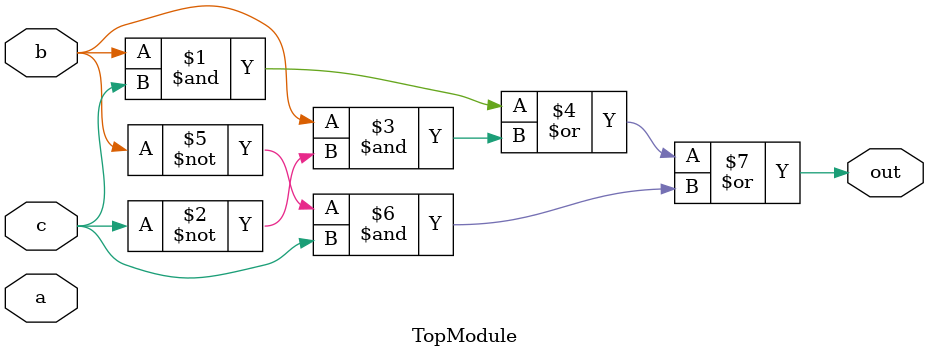
<source format=sv>

module TopModule (
    input  wire a,
    input  wire b,
    input  wire c,
    output wire out
);

    assign out = (b & c) | (b & ~c) | (~b & c);

endmodule
</source>
